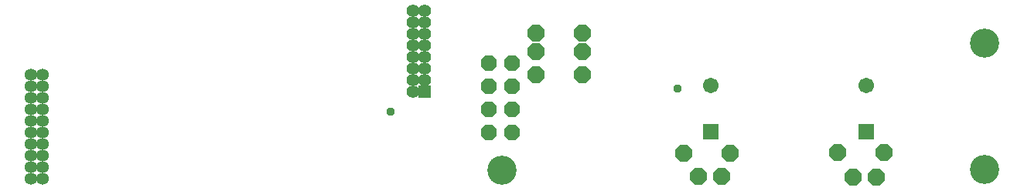
<source format=gbr>
G04 EAGLE Gerber RS-274X export*
G75*
%MOMM*%
%FSLAX34Y34*%
%LPD*%
%INSoldermask Bottom*%
%IPPOS*%
%AMOC8*
5,1,8,0,0,1.08239X$1,22.5*%
G01*
%ADD10C,3.203200*%
%ADD11R,1.711200X1.711200*%
%ADD12C,1.711200*%
%ADD13P,2.034460X8X22.500000*%
%ADD14P,2.034460X8X202.500000*%
%ADD15P,1.869504X8X112.500000*%
%ADD16C,1.361200*%
%ADD17R,1.421200X1.421200*%
%ADD18C,1.421200*%
%ADD19C,0.959600*%


D10*
X675894Y280670D03*
X676148Y141732D03*
X147066Y140462D03*
D11*
X375920Y182780D03*
D12*
X375920Y233780D03*
D11*
X546100Y182780D03*
D12*
X546100Y233780D03*
D13*
X362712Y133858D03*
X388112Y133858D03*
X532130Y133096D03*
X557530Y133096D03*
D14*
X397002Y159004D03*
X346202Y159004D03*
X565912Y160274D03*
X515112Y160274D03*
X235712Y245415D03*
X184912Y245415D03*
X235864Y271170D03*
X185064Y271170D03*
X235763Y291592D03*
X184963Y291592D03*
D15*
X158496Y182118D03*
X158496Y207518D03*
X158496Y232918D03*
X158496Y258318D03*
X133096Y182118D03*
X133096Y207518D03*
X133096Y232918D03*
X133096Y258318D03*
D16*
X-355854Y131064D03*
X-355854Y143764D03*
X-355854Y156464D03*
X-355854Y169164D03*
X-355854Y181864D03*
X-355854Y194564D03*
X-355854Y207264D03*
X-355854Y219964D03*
X-355854Y232664D03*
X-355854Y245364D03*
X-368554Y245364D03*
X-368554Y232664D03*
X-368554Y219964D03*
X-368554Y207264D03*
X-368554Y194564D03*
X-368554Y181864D03*
X-368554Y169164D03*
X-368554Y156464D03*
X-368554Y143764D03*
X-368554Y131064D03*
D17*
X62992Y227330D03*
D18*
X50292Y227330D03*
X62992Y240030D03*
X50292Y240030D03*
X62992Y252730D03*
X50292Y252730D03*
X62992Y265430D03*
X50292Y265430D03*
X62992Y278130D03*
X50292Y278130D03*
X62992Y290830D03*
X50292Y290830D03*
X62992Y303530D03*
X50292Y303530D03*
X62992Y316230D03*
X50292Y316230D03*
D19*
X25908Y204724D03*
X339344Y230886D03*
M02*

</source>
